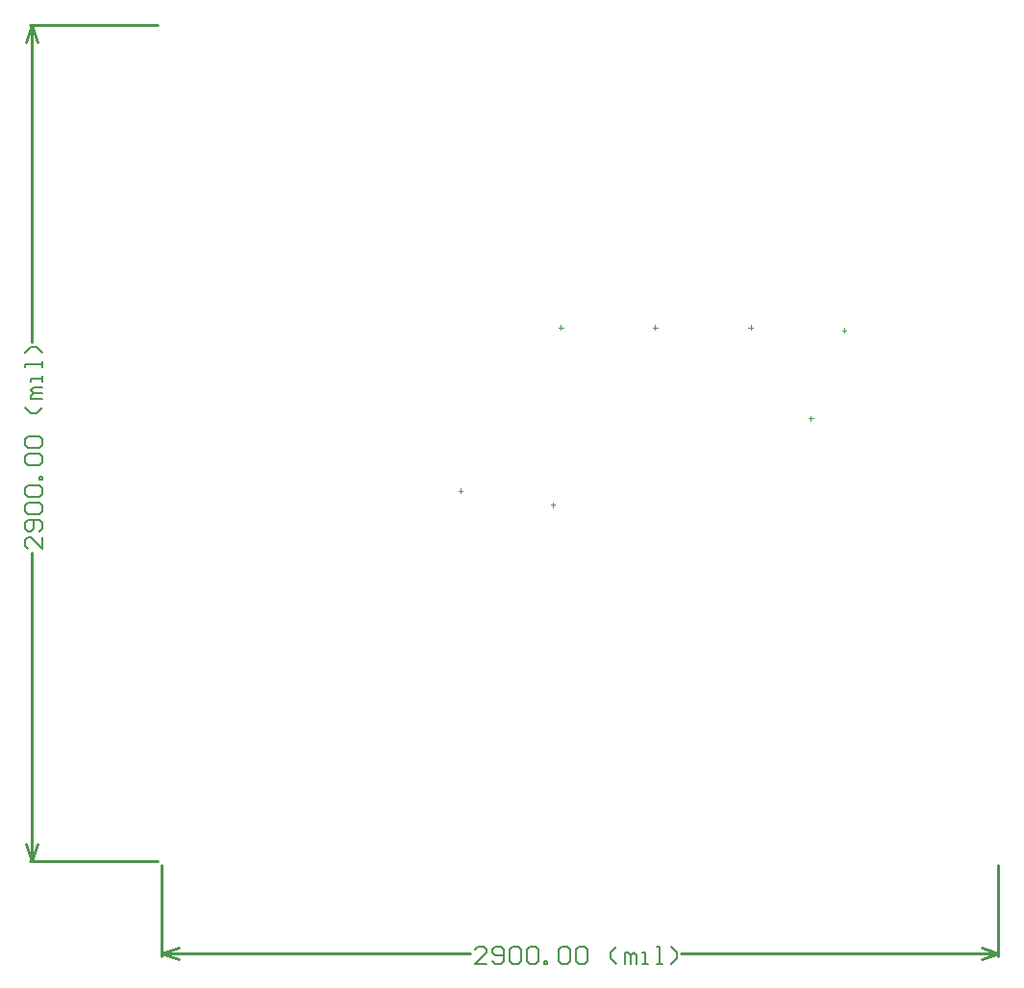
<source format=gbo>
%FSLAX42Y42*%
%MOMM*%
G71*
G01*
G75*
G04 Layer_Color=32896*
%ADD10R,1.40X1.10*%
%ADD11R,1.10X1.70*%
%ADD12R,1.80X1.30*%
%ADD13R,2.30X2.30*%
%ADD14R,2.10X1.40*%
%ADD15R,3.30X2.40*%
%ADD16R,2.55X1.85*%
%ADD17R,1.35X2.15*%
%ADD18R,1.10X1.40*%
%ADD19O,0.70X2.60*%
%ADD20C,1.27*%
%ADD21C,0.76*%
%ADD22C,1.14*%
%ADD23C,1.02*%
%ADD24C,0.89*%
%ADD25C,0.51*%
%ADD26C,0.64*%
%ADD27C,0.38*%
%ADD28C,0.25*%
%ADD29C,0.10*%
%ADD30C,0.15*%
%ADD31C,1.52*%
%ADD32C,2.97*%
%ADD33R,2.97X2.97*%
%ADD34R,1.50X1.50*%
%ADD35C,1.50*%
%ADD36C,3.23*%
%ADD37C,5.08*%
%ADD38C,1.27*%
%ADD39C,0.20*%
%ADD40C,0.60*%
%ADD41C,0.25*%
%ADD42C,0.13*%
%ADD43C,0.15*%
%ADD44R,1.65X1.35*%
%ADD45R,1.35X1.95*%
%ADD46R,2.05X1.55*%
%ADD47R,2.55X2.55*%
%ADD48R,2.35X1.65*%
%ADD49R,3.55X2.65*%
%ADD50R,2.80X2.10*%
%ADD51R,1.60X2.40*%
%ADD52R,1.35X1.65*%
%ADD53O,0.95X2.85*%
%ADD54C,1.78*%
%ADD55C,3.23*%
%ADD56R,3.23X3.23*%
%ADD57R,1.75X1.75*%
%ADD58C,1.75*%
%ADD59C,3.48*%
%ADD60C,5.33*%
D28*
X4039Y15113D02*
X5169D01*
X4039Y7747D02*
X5169D01*
X4064Y12319D02*
Y15113D01*
Y7747D02*
Y10460D01*
X4013Y14961D02*
X4064Y15113D01*
X4115Y14961D01*
X4064Y7747D02*
X4115Y7899D01*
X4013D02*
X4064Y7747D01*
X12573Y6909D02*
Y7709D01*
X5207Y6909D02*
Y7709D01*
X9779Y6934D02*
X12573D01*
X5207D02*
X7920D01*
X12421Y6985D02*
X12573Y6934D01*
X12421Y6883D02*
X12573Y6934D01*
X5207D02*
X5359Y6883D01*
X5207Y6934D02*
X5359Y6985D01*
D29*
X9530Y12446D02*
X9570D01*
X9550Y12426D02*
Y12466D01*
X11194Y12421D02*
X11234D01*
X11214Y12401D02*
Y12441D01*
X8700Y12446D02*
X8740D01*
X8720Y12426D02*
Y12466D01*
X10369Y12446D02*
X10409D01*
X10389Y12426D02*
Y12466D01*
X7816Y11007D02*
X7856D01*
X7836Y10987D02*
Y11027D01*
X10922Y11626D02*
Y11666D01*
X10902Y11646D02*
X10942D01*
X8649Y10864D02*
Y10904D01*
X8629Y10884D02*
X8669D01*
D30*
X4155Y10602D02*
Y10501D01*
X4054Y10602D01*
X4028D01*
X4003Y10577D01*
Y10526D01*
X4028Y10501D01*
X4130Y10653D02*
X4155Y10678D01*
Y10729D01*
X4130Y10755D01*
X4028D01*
X4003Y10729D01*
Y10678D01*
X4028Y10653D01*
X4054D01*
X4079Y10678D01*
Y10755D01*
X4028Y10805D02*
X4003Y10831D01*
Y10882D01*
X4028Y10907D01*
X4130D01*
X4155Y10882D01*
Y10831D01*
X4130Y10805D01*
X4028D01*
Y10958D02*
X4003Y10983D01*
Y11034D01*
X4028Y11059D01*
X4130D01*
X4155Y11034D01*
Y10983D01*
X4130Y10958D01*
X4028D01*
X4155Y11110D02*
X4130D01*
Y11135D01*
X4155D01*
Y11110D01*
X4028Y11237D02*
X4003Y11262D01*
Y11313D01*
X4028Y11339D01*
X4130D01*
X4155Y11313D01*
Y11262D01*
X4130Y11237D01*
X4028D01*
Y11389D02*
X4003Y11415D01*
Y11466D01*
X4028Y11491D01*
X4130D01*
X4155Y11466D01*
Y11415D01*
X4130Y11389D01*
X4028D01*
X4155Y11745D02*
X4105Y11694D01*
X4054D01*
X4003Y11745D01*
X4155Y11821D02*
X4054D01*
Y11846D01*
X4079Y11872D01*
X4155D01*
X4079D01*
X4054Y11897D01*
X4079Y11923D01*
X4155D01*
Y11973D02*
Y12024D01*
Y11999D01*
X4054D01*
Y11973D01*
X4155Y12100D02*
Y12151D01*
Y12126D01*
X4003D01*
Y12100D01*
X4155Y12227D02*
X4105Y12278D01*
X4054D01*
X4003Y12227D01*
X8062Y6843D02*
X7961D01*
X8062Y6944D01*
Y6970D01*
X8037Y6995D01*
X7986D01*
X7961Y6970D01*
X8113Y6868D02*
X8138Y6843D01*
X8189D01*
X8215Y6868D01*
Y6970D01*
X8189Y6995D01*
X8138D01*
X8113Y6970D01*
Y6944D01*
X8138Y6919D01*
X8215D01*
X8265Y6970D02*
X8291Y6995D01*
X8342D01*
X8367Y6970D01*
Y6868D01*
X8342Y6843D01*
X8291D01*
X8265Y6868D01*
Y6970D01*
X8418D02*
X8443Y6995D01*
X8494D01*
X8519Y6970D01*
Y6868D01*
X8494Y6843D01*
X8443D01*
X8418Y6868D01*
Y6970D01*
X8570Y6843D02*
Y6868D01*
X8595D01*
Y6843D01*
X8570D01*
X8697Y6970D02*
X8722Y6995D01*
X8773D01*
X8799Y6970D01*
Y6868D01*
X8773Y6843D01*
X8722D01*
X8697Y6868D01*
Y6970D01*
X8849D02*
X8875Y6995D01*
X8926D01*
X8951Y6970D01*
Y6868D01*
X8926Y6843D01*
X8875D01*
X8849Y6868D01*
Y6970D01*
X9205Y6843D02*
X9154Y6894D01*
Y6944D01*
X9205Y6995D01*
X9281Y6843D02*
Y6944D01*
X9306D01*
X9332Y6919D01*
Y6843D01*
Y6919D01*
X9357Y6944D01*
X9383Y6919D01*
Y6843D01*
X9433D02*
X9484D01*
X9459D01*
Y6944D01*
X9433D01*
X9560Y6843D02*
X9611D01*
X9586D01*
Y6995D01*
X9560D01*
X9687Y6843D02*
X9738Y6894D01*
Y6944D01*
X9687Y6995D01*
M02*

</source>
